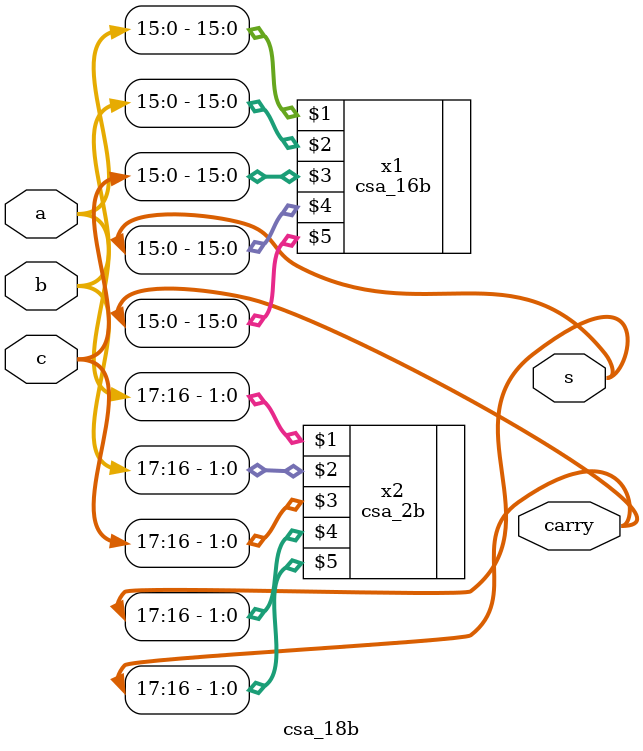
<source format=sv>
`timescale 1ns / 1ps


module csa_18b(
    input logic [17:0] a,
    input logic [17:0] b,
    input logic [17:0] c,
    output logic [17:0] s,
    output logic [17:0] carry
    );
    
    csa_16b x1 (a[15:0], b[15:0], c[15:0], s[15:0], carry[15:0]);
    csa_2b x2 (a[17:16], b[17:16], c[17:16], s[17:16], carry[17:16]);

endmodule

</source>
